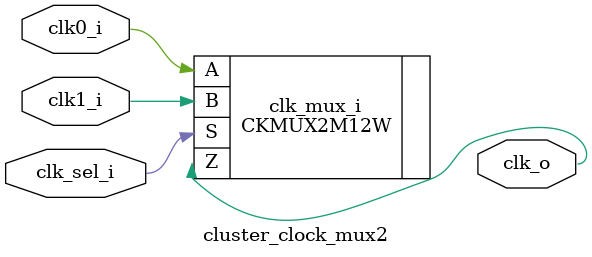
<source format=sv>
module cluster_clock_mux2
(
    input  logic clk0_i,
    input  logic clk1_i,
    input  logic clk_sel_i,
    output logic clk_o
  );

  CKMUX2M12W
  clk_mux_i
  (
    .A ( clk0_i    ),
    .B ( clk1_i    ),
    .S ( clk_sel_i ),
    .Z ( clk_o     )
  );

endmodule

</source>
